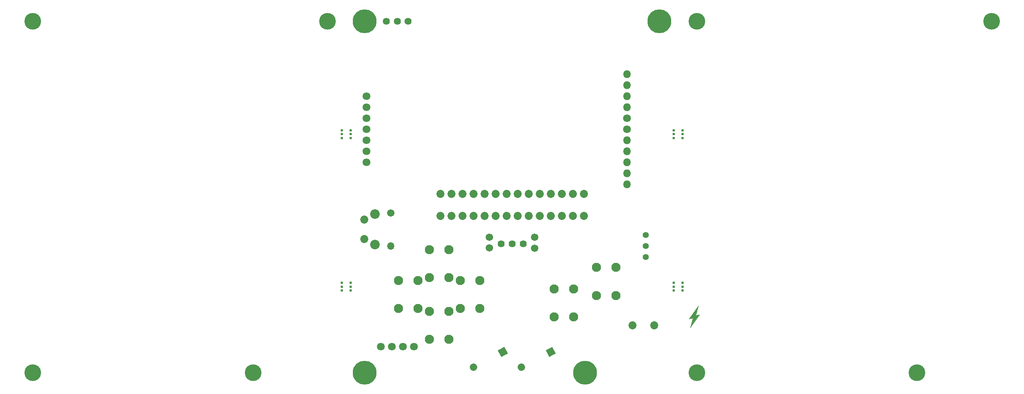
<source format=gbr>
G04 #@! TF.GenerationSoftware,KiCad,Pcbnew,(5.1.9-0-10_14)*
G04 #@! TF.CreationDate,2021-02-11T14:19:42-08:00*
G04 #@! TF.ProjectId,system,73797374-656d-42e6-9b69-6361645f7063,rev?*
G04 #@! TF.SameCoordinates,Original*
G04 #@! TF.FileFunction,Soldermask,Bot*
G04 #@! TF.FilePolarity,Negative*
%FSLAX46Y46*%
G04 Gerber Fmt 4.6, Leading zero omitted, Abs format (unit mm)*
G04 Created by KiCad (PCBNEW (5.1.9-0-10_14)) date 2021-02-11 14:19:42*
%MOMM*%
%LPD*%
G01*
G04 APERTURE LIST*
%ADD10C,0.100000*%
%ADD11C,3.851600*%
%ADD12C,1.851600*%
%ADD13C,1.401600*%
%ADD14C,0.609600*%
%ADD15O,1.801600X1.801600*%
%ADD16C,1.801600*%
%ADD17C,5.501599*%
%ADD18C,5.501600*%
%ADD19C,1.701600*%
%ADD20O,1.701600X1.701600*%
%ADD21C,1.625600*%
%ADD22C,2.201600*%
%ADD23C,1.621600*%
%ADD24C,2.101600*%
G04 APERTURE END LIST*
D10*
G36*
X180657500Y-140716000D02*
G01*
X181419500Y-138049000D01*
X182816500Y-137795000D01*
X180657500Y-140716000D01*
G37*
X180657500Y-140716000D02*
X181419500Y-138049000D01*
X182816500Y-137795000D01*
X180657500Y-140716000D01*
G36*
X181800500Y-138430000D02*
G01*
X180403500Y-138684000D01*
X182562500Y-135763000D01*
X181800500Y-138430000D01*
G37*
X181800500Y-138430000D02*
X180403500Y-138684000D01*
X182562500Y-135763000D01*
X181800500Y-138430000D01*
G36*
X180657500Y-140716000D02*
G01*
X181419500Y-138049000D01*
X182816500Y-137795000D01*
X180657500Y-140716000D01*
G37*
X180657500Y-140716000D02*
X181419500Y-138049000D01*
X182816500Y-137795000D01*
X180657500Y-140716000D01*
G36*
X181800500Y-138430000D02*
G01*
X180403500Y-138684000D01*
X182562500Y-135763000D01*
X181800500Y-138430000D01*
G37*
X181800500Y-138430000D02*
X180403500Y-138684000D01*
X182562500Y-135763000D01*
X181800500Y-138430000D01*
D11*
X249999500Y-70104000D03*
X232854500Y-151130000D03*
X182181500Y-70104000D03*
X182181500Y-151130000D03*
D12*
X156210000Y-109920000D03*
X153670000Y-109920000D03*
X151130000Y-109920000D03*
X148590000Y-109920000D03*
X146050000Y-109920000D03*
X143510000Y-109920000D03*
X140970000Y-109920000D03*
X138430000Y-109920000D03*
X135890000Y-109920000D03*
X133350000Y-109920000D03*
X130810000Y-109920000D03*
X128270000Y-109920000D03*
X125730000Y-109920000D03*
X123190000Y-109920000D03*
X123190000Y-115000000D03*
X125730000Y-115000000D03*
X128270000Y-115000000D03*
X130810000Y-115000000D03*
X133350000Y-115000000D03*
X135890000Y-115000000D03*
X156210000Y-115000000D03*
X153670000Y-115000000D03*
X151130000Y-115000000D03*
X148590000Y-115000000D03*
X146050000Y-115000000D03*
X143510000Y-115000000D03*
X138430000Y-115000000D03*
X140970000Y-115000000D03*
D13*
X170434000Y-121920000D03*
X170434000Y-124460000D03*
X170434000Y-119380000D03*
D11*
X97218500Y-70104000D03*
X80073500Y-151130000D03*
X29400500Y-70104000D03*
X29400500Y-151130000D03*
D14*
X178911000Y-131318000D03*
X178911000Y-130429000D03*
X178911000Y-132207000D03*
X176879000Y-130429000D03*
X176879000Y-131318000D03*
X176879000Y-132207000D03*
X176879000Y-97028000D03*
X176879000Y-96139000D03*
X176879000Y-95250000D03*
X178911000Y-97028000D03*
X178911000Y-95250000D03*
X178911000Y-96139000D03*
X100489000Y-96139000D03*
X100489000Y-97028000D03*
X100489000Y-95250000D03*
X102521000Y-97028000D03*
X102521000Y-96139000D03*
X102521000Y-95250000D03*
X102521000Y-130429000D03*
X102521000Y-131318000D03*
X102521000Y-132207000D03*
X100489000Y-130429000D03*
X100489000Y-132207000D03*
X100489000Y-131318000D03*
D15*
X166116000Y-107696000D03*
X166116000Y-97536000D03*
X166116000Y-105156000D03*
X166116000Y-100076000D03*
X166116000Y-102616000D03*
X166116000Y-82296000D03*
D16*
X166116000Y-94996000D03*
D15*
X166116000Y-84836000D03*
X166116000Y-87376000D03*
X166116000Y-89916000D03*
D16*
X166116000Y-92456000D03*
D17*
X105791000Y-151130000D03*
X105791000Y-70104000D03*
X156464000Y-151130000D03*
D18*
X173609000Y-70104000D03*
D12*
X172426000Y-140208000D03*
X167426000Y-140208000D03*
D19*
X134493000Y-119888000D03*
X134493000Y-122388000D03*
X144907000Y-119928000D03*
X144907000Y-122428000D03*
G36*
G01*
X142585646Y-149467144D02*
X142585646Y-149467144D01*
G75*
G02*
X142223833Y-150614669I-754669J-392856D01*
G01*
X142223833Y-150614669D01*
G75*
G02*
X141076308Y-150252856I-392856J754669D01*
G01*
X141076308Y-150252856D01*
G75*
G02*
X141438121Y-149105331I754669J392856D01*
G01*
X141438121Y-149105331D01*
G75*
G02*
X142585646Y-149467144I392856J-754669D01*
G01*
G37*
G36*
G01*
X148975270Y-145239011D02*
X149714068Y-146658229D01*
G75*
G02*
X149692465Y-146726746I-45060J-23457D01*
G01*
X148273247Y-147465544D01*
G75*
G02*
X148204730Y-147443941I-23457J45060D01*
G01*
X147465932Y-146024723D01*
G75*
G02*
X147487535Y-145956206I45060J23457D01*
G01*
X148906753Y-145217408D01*
G75*
G02*
X148975270Y-145239011I23457J-45060D01*
G01*
G37*
G36*
G01*
X137954293Y-145239011D02*
X138693091Y-146658229D01*
G75*
G02*
X138671488Y-146726746I-45060J-23457D01*
G01*
X137252270Y-147465544D01*
G75*
G02*
X137183753Y-147443941I-23457J45060D01*
G01*
X136444955Y-146024723D01*
G75*
G02*
X136466558Y-145956206I45060J23457D01*
G01*
X137885776Y-145217408D01*
G75*
G02*
X137954293Y-145239011I23457J-45060D01*
G01*
G37*
G36*
G01*
X131564669Y-149467144D02*
X131564669Y-149467144D01*
G75*
G02*
X131202856Y-150614669I-754669J-392856D01*
G01*
X131202856Y-150614669D01*
G75*
G02*
X130055331Y-150252856I-392856J754669D01*
G01*
X130055331Y-150252856D01*
G75*
G02*
X130417144Y-149105331I754669J392856D01*
G01*
X130417144Y-149105331D01*
G75*
G02*
X131564669Y-149467144I392856J-754669D01*
G01*
G37*
X111760000Y-114300000D03*
D20*
X111760000Y-121920000D03*
D21*
X110794800Y-70104000D03*
X113284000Y-70104000D03*
X115773200Y-70104000D03*
D22*
X108154000Y-121584000D03*
D12*
X105664000Y-120324000D03*
X105664000Y-115824000D03*
D22*
X108154000Y-114574000D03*
D16*
X114554000Y-145161000D03*
X112014000Y-145161000D03*
X117094000Y-145161000D03*
X109474000Y-145161000D03*
D23*
X137160000Y-121412000D03*
X142240000Y-121412000D03*
X139700000Y-121412000D03*
D16*
X106200000Y-102616000D03*
X106200000Y-100076000D03*
X106200000Y-97536000D03*
X106200000Y-94996000D03*
X106200000Y-92456000D03*
X106200000Y-89916000D03*
X106200000Y-87376000D03*
D24*
X149352000Y-131803000D03*
X153852000Y-131803000D03*
X149352000Y-138303000D03*
X153852000Y-138303000D03*
X163631000Y-133350000D03*
X159131000Y-133350000D03*
X163631000Y-126850000D03*
X159131000Y-126850000D03*
X120686000Y-122734000D03*
X125186000Y-122734000D03*
X120686000Y-129234000D03*
X125186000Y-129234000D03*
X125186000Y-143458000D03*
X120686000Y-143458000D03*
X125186000Y-136958000D03*
X120686000Y-136958000D03*
X118074000Y-136346000D03*
X113574000Y-136346000D03*
X118074000Y-129846000D03*
X113574000Y-129846000D03*
X127798000Y-129846000D03*
X132298000Y-129846000D03*
X127798000Y-136346000D03*
X132298000Y-136346000D03*
M02*

</source>
